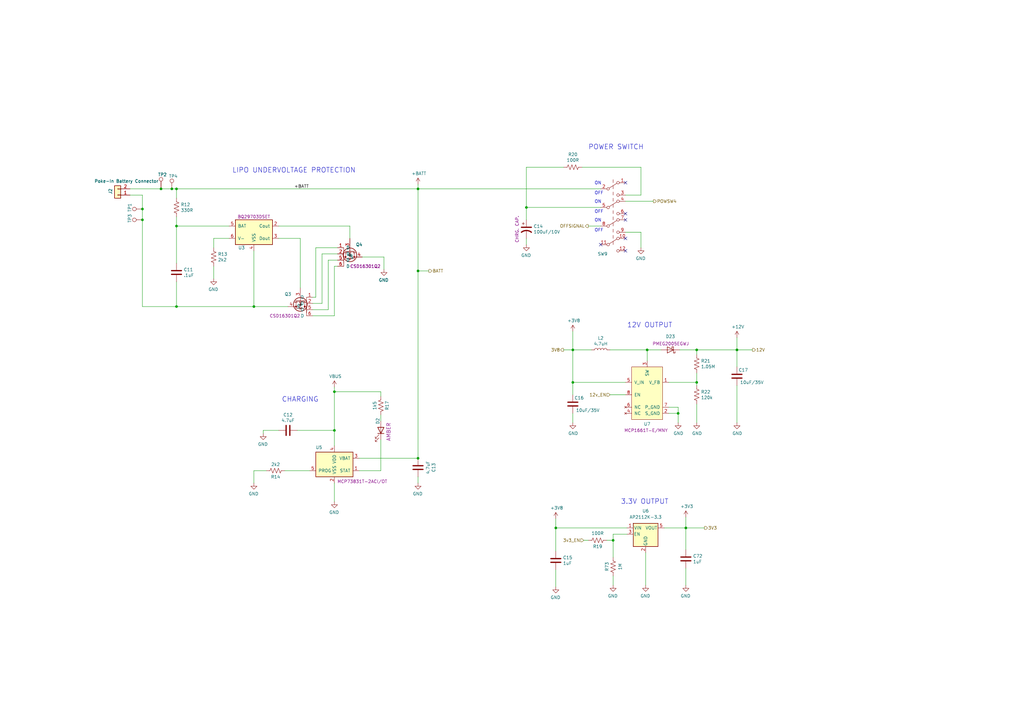
<source format=kicad_sch>
(kicad_sch (version 20230121) (generator eeschema)
  (paper "A3")
  (title_block (title "RCP CHARGING AND POWER MANAGEMENT"))
  (lib_symbols
    (symbol "Battery_Management:BQ297xy" (pin_names (offset 1.016))
      (property "Reference" "U" (at -6.35 6.35 0))
      (property "Value" "BQ297xy" (at 5.08 -6.35 0))
      (symbol "BQ297xy_0_1"
        (rectangle (start -7.62 5.08) (end 7.62 -5.08) (stroke (width 0.254)) (fill (type background)))
      )
      (symbol "BQ297xy_1_1"
        (pin no_connect line (at 7.62 0 180) (length 2.54) hide (name "NC") (number "1"))
        (pin output line (at 10.16 2.54 180) (length 2.54) (name "Cout") (number "2"))
        (pin output line (at 10.16 -2.54 180) (length 2.54) (name "Dout") (number "3"))
        (pin power_in line (at 0 -7.62 90) (length 2.54) (name "VSS") (number "4"))
        (pin input line (at -10.16 2.54 0) (length 2.54) (name "BAT") (number "5"))
        (pin input line (at -10.16 -2.54 0) (length 2.54) (name "V-") (number "6"))
      )
    )
    (symbol "Battery_Management:MCP73831-2-OT" (pin_names (offset 1.016))
      (property "Reference" "U" (at -7.62 6.35 0))
      (property "Value" "MCP73831-2-OT" (at 1.27 6.35 0))
      (symbol "MCP73831-2-OT_0_1"
        (rectangle (start -7.62 5.08) (end 7.62 -5.08) (stroke (width 0.254)) (fill (type background)))
      )
      (symbol "MCP73831-2-OT_1_1"
        (pin output line (at 10.16 -2.54 180) (length 2.54) (name "STAT") (number "1"))
        (pin power_in line (at 0 -7.62 90) (length 2.54) (name "VSS") (number "2"))
        (pin power_out line (at 10.16 2.54 180) (length 2.54) (name "VBAT") (number "3"))
        (pin power_in line (at 0 7.62 270) (length 2.54) (name "VDD") (number "4"))
        (pin input line (at -10.16 -2.54 0) (length 2.54) (name "PROG") (number "5"))
      )
    )
    (symbol "Connector:TestPoint" (pin_numbers hide) (pin_names (offset 0.762) hide)
      (property "Reference" "TP" (at 0 6.858 0))
      (property "Value" "TestPoint" (at 0 5.08 0))
      (symbol "TestPoint_0_1"
        (circle (center 0 3.302) (radius 0.762))
      )
      (symbol "TestPoint_1_1"
        (pin passive line (at 0 0 90) (length 2.54) (name "1") (number "1"))
      )
    )
    (symbol "Connector_Generic:Conn_01x02" (pin_names (offset 1.016) hide)
      (property "Reference" "J" (at 0 2.54 0))
      (property "Value" "Conn_01x02" (at 0 -5.08 0))
      (symbol "Conn_01x02_1_1"
        (rectangle (start -1.27 -2.413) (end 0 -2.667) (stroke (width 0.1524)))
        (rectangle (start -1.27 0.127) (end 0 -0.127) (stroke (width 0.1524)))
        (rectangle (start -1.27 1.27) (end 1.27 -3.81) (stroke (width 0.254)) (fill (type background)))
        (pin passive line (at -5.08 0 0) (length 3.81) (name "Pin_1") (number "1"))
        (pin passive line (at -5.08 -2.54 0) (length 3.81) (name "Pin_2") (number "2"))
      )
    )
    (symbol "Device:C" (pin_numbers hide) (pin_names (offset 0.254))
      (property "Reference" "C" (at 0.635 2.54 0))
      (property "Value" "C" (at 0.635 -2.54 0))
      (symbol "C_0_1"
        (polyline (pts (xy -2.032 -0.762) (xy 2.032 -0.762)) (stroke (width 0.508)))
        (polyline (pts (xy -2.032 0.762) (xy 2.032 0.762)) (stroke (width 0.508)))
      )
      (symbol "C_1_1"
        (pin passive line (at 0 3.81 270) (length 2.794) (name "~") (number "1"))
        (pin passive line (at 0 -3.81 90) (length 2.794) (name "~") (number "2"))
      )
    )
    (symbol "Device:CP1" (pin_numbers hide) (pin_names (offset 0.254) hide)
      (property "Reference" "C" (at 0.635 2.54 0))
      (property "Value" "Device_CP1" (at 0.635 -2.54 0))
      (symbol "CP1_0_1"
        (polyline (pts (xy -2.032 0.762) (xy 2.032 0.762)) (stroke (width 0.508)))
        (polyline (pts (xy -1.778 2.286) (xy -0.762 2.286)))
        (polyline (pts (xy -1.27 1.778) (xy -1.27 2.794)))
        (arc (start 2.032 -1.27) (mid 0 -0.5572) (end -2.032 -1.27) (stroke (width 0.508)))
      )
      (symbol "CP1_1_1"
        (pin passive line (at 0 3.81 270) (length 2.794) (name "~") (number "1"))
        (pin passive line (at 0 -3.81 90) (length 3.302) (name "~") (number "2"))
      )
    )
    (symbol "Device:L" (pin_numbers hide) (pin_names (offset 1.016) hide)
      (property "Reference" "L" (at -1.27 0 90))
      (property "Value" "L" (at 1.905 0 90))
      (symbol "L_0_1"
        (arc (start 0 -2.54) (mid 0.6323 -1.905) (end 0 -1.27))
        (arc (start 0 -1.27) (mid 0.6323 -0.635) (end 0 0))
        (arc (start 0 0) (mid 0.6323 0.635) (end 0 1.27))
        (arc (start 0 1.27) (mid 0.6323 1.905) (end 0 2.54))
      )
      (symbol "L_1_1"
        (pin passive line (at 0 3.81 270) (length 1.27) (name "1") (number "1"))
        (pin passive line (at 0 -3.81 90) (length 1.27) (name "2") (number "2"))
      )
    )
    (symbol "Device:LED" (pin_numbers hide) (pin_names (offset 1.016) hide)
      (property "Reference" "D" (at 0 2.54 0))
      (property "Value" "LED" (at 0 -2.54 0))
      (symbol "LED_0_1"
        (polyline (pts (xy -1.27 -1.27) (xy -1.27 1.27)) (stroke (width 0.254)))
        (polyline (pts (xy -1.27 0) (xy 1.27 0)))
        (polyline (pts (xy 1.27 -1.27) (xy 1.27 1.27) (xy -1.27 0) (xy 1.27 -1.27)) (stroke (width 0.254)))
        (polyline (pts (xy -3.048 -0.762) (xy -4.572 -2.286) (xy -3.81 -2.286) (xy -4.572 -2.286) (xy -4.572 -1.524)))
        (polyline (pts (xy -1.778 -0.762) (xy -3.302 -2.286) (xy -2.54 -2.286) (xy -3.302 -2.286) (xy -3.302 -1.524)))
      )
      (symbol "LED_1_1"
        (pin passive line (at -3.81 0 0) (length 2.54) (name "K") (number "1"))
        (pin passive line (at 3.81 0 180) (length 2.54) (name "A") (number "2"))
      )
    )
    (symbol "Device:R_US" (pin_numbers hide) (pin_names (offset 0))
      (property "Reference" "R" (at 2.54 0 90))
      (property "Value" "R_US" (at -2.54 0 90))
      (symbol "R_US_0_1"
        (polyline (pts (xy 0 -2.286) (xy 0 -2.54)))
        (polyline (pts (xy 0 2.286) (xy 0 2.54)))
        (polyline (pts (xy 0 -0.762) (xy 1.016 -1.143) (xy 0 -1.524) (xy -1.016 -1.905) (xy 0 -2.286)))
        (polyline (pts (xy 0 0.762) (xy 1.016 0.381) (xy 0 0) (xy -1.016 -0.381) (xy 0 -0.762)))
        (polyline (pts (xy 0 2.286) (xy 1.016 1.905) (xy 0 1.524) (xy -1.016 1.143) (xy 0 0.762)))
      )
      (symbol "R_US_1_1"
        (pin passive line (at 0 3.81 270) (length 1.27) (name "~") (number "1"))
        (pin passive line (at 0 -3.81 90) (length 1.27) (name "~") (number "2"))
      )
    )
    (symbol "Diode:PMEG6010CEH" (pin_numbers hide) (pin_names hide)
      (property "Reference" "D" (at 0 2.54 0))
      (property "Value" "PMEG6010CEH" (at 0 -2.54 0))
      (symbol "PMEG6010CEH_0_1"
        (polyline (pts (xy 1.27 0) (xy -1.27 0)))
        (polyline (pts (xy 1.27 1.27) (xy 1.27 -1.27) (xy -1.27 0) (xy 1.27 1.27)) (stroke (width 0.2032)))
        (polyline (pts (xy -1.905 0.635) (xy -1.905 1.27) (xy -1.27 1.27) (xy -1.27 -1.27) (xy -0.635 -1.27) (xy -0.635 -0.635)) (stroke (width 0.2032)))
      )
      (symbol "PMEG6010CEH_1_1"
        (pin passive line (at -3.81 0 0) (length 2.54) (name "K") (number "1"))
        (pin passive line (at 3.81 0 180) (length 2.54) (name "A") (number "2"))
      )
    )
    (symbol "MyLibrary:MCP1661" (pin_names (offset 1.016))
      (property "Reference" "U" (at -3.81 10.16 0))
      (property "Value" "MyLibrary_MCP1661" (at 6.35 10.16 0))
      (symbol "MCP1661_0_1"
        (rectangle (start -6.35 8.89) (end 6.35 -12.7) (fill (type background)))
      )
      (symbol "MCP1661_1_1"
        (pin input line (at 8.89 2.54 180) (length 2.54) (name "V_FB") (number "1"))
        (pin input line (at 8.89 -10.16 180) (length 2.54) (name "S_GND") (number "2"))
        (pin input line (at 0 11.43 270) (length 2.54) (name "SW") (number "3"))
        (pin no_connect line (at -8.89 -10.16 0) (length 2.54) (name "NC") (number "4"))
        (pin input line (at -8.89 2.54 0) (length 2.54) (name "V_IN") (number "5"))
        (pin no_connect line (at -8.89 -7.62 0) (length 2.54) (name "NC") (number "6"))
        (pin input line (at 8.89 -7.62 180) (length 2.54) (name "P_GND") (number "7"))
        (pin input line (at -8.89 -2.54 0) (length 2.54) (name "EN") (number "8"))
      )
    )
    (symbol "MyLibrary:SW_4P2T" (pin_names (offset 1.016))
      (property "Reference" "SW" (at -2.54 3.81 0))
      (property "Value" "MyLibrary_SW_4P2T" (at 1.27 5.08 0))
      (symbol "SW_4P2T_0_1"
        (circle (center -0.762 0) (radius 0.508))
        (polyline (pts (xy -0.254 0.381) (xy 2.794 2.286)))
        (polyline (pts (xy 1.27 -21.59) (xy 1.27 -22.86)))
        (polyline (pts (xy 1.27 -19.05) (xy 1.27 -20.32)))
        (polyline (pts (xy 1.27 -16.51) (xy 1.27 -17.78)))
        (polyline (pts (xy 1.27 -13.97) (xy 1.27 -15.24)))
        (polyline (pts (xy 1.27 -11.43) (xy 1.27 -12.7)))
        (polyline (pts (xy 1.27 -8.89) (xy 1.27 -10.16)))
        (polyline (pts (xy 1.27 -6.35) (xy 1.27 -7.62)))
        (polyline (pts (xy 1.27 -3.81) (xy 1.27 -5.08)))
        (polyline (pts (xy 1.27 -1.27) (xy 1.27 -2.54)))
        (polyline (pts (xy 1.27 1.27) (xy 1.27 0)))
        (polyline (pts (xy 1.27 3.81) (xy 1.27 2.54)))
        (circle (center 3.302 2.54) (radius 0.5334))
      )
      (symbol "SW_4P2T_1_1"
        (circle (center -0.762 -22.86) (radius 0.5334))
        (circle (center -0.762 -15.24) (radius 0.5334))
        (circle (center -0.762 -7.62) (radius 0.5334))
        (polyline (pts (xy -0.254 -22.479) (xy 2.794 -20.574)))
        (polyline (pts (xy -0.254 -14.859) (xy 2.794 -12.954)))
        (polyline (pts (xy -0.254 -7.239) (xy 2.794 -5.334)))
        (circle (center 3.302 -25.4) (radius 0.5334))
        (circle (center 3.302 -20.32) (radius 0.5334))
        (circle (center 3.302 -17.78) (radius 0.5334))
        (circle (center 3.302 -12.7) (radius 0.5334))
        (circle (center 3.302 -10.16) (radius 0.5334))
        (circle (center 3.302 -5.08) (radius 0.5334))
        (circle (center 3.302 -2.54) (radius 0.5334))
        (pin input line (at 6.35 2.54 180) (length 2.54) (name "~") (number "1"))
        (pin input line (at 6.35 -20.32 180) (length 2.54) (name "~") (number "10"))
        (pin input line (at -3.81 -22.86 0) (length 2.54) (name "~") (number "11"))
        (pin input line (at 6.35 -25.4 180) (length 2.54) (name "~") (number "12"))
        (pin input line (at -3.81 0 0) (length 2.54) (name "~") (number "2"))
        (pin input line (at 6.35 -2.54 180) (length 2.54) (name "~") (number "3"))
        (pin input line (at 6.35 -5.08 180) (length 2.54) (name "~") (number "4"))
        (pin input line (at -3.81 -7.62 0) (length 2.54) (name "~") (number "5"))
        (pin input line (at 6.35 -10.16 180) (length 2.54) (name "~") (number "6"))
        (pin input line (at 6.35 -12.7 180) (length 2.54) (name "~") (number "7"))
        (pin input line (at -3.81 -15.24 0) (length 2.54) (name "~") (number "8"))
        (pin input line (at 6.35 -17.78 180) (length 2.54) (name "~") (number "9"))
      )
    )
    (symbol "RUSP_Mainboard-rescue:Q_NMOS_POWER-MyLibrary-RotaryCellPhone-4G-rescue-4GRotaryCellPhone-rescue-4GRCP_Mainboard-rescue" (pin_names (offset 1.016))
      (property "Reference" "Q" (at 5.08 -5.08 0))
      (property "Value" "Q_NMOS_POWER-MyLibrary-RotaryCellPhone-4G-rescue-4GRotaryCellPhone-rescue-4GRCP_Mainboard-rescue" (at -29.21 5.08 0))
      (symbol "Q_NMOS_POWER-MyLibrary-RotaryCellPhone-4G-rescue-4GRotaryCellPhone-rescue-4GRCP_Mainboard-rescue_0_1"
        (polyline (pts (xy 3.81 2.54) (xy -3.81 2.54)))
      )
      (symbol "Q_NMOS_POWER-MyLibrary-RotaryCellPhone-4G-rescue-4GRotaryCellPhone-rescue-4GRCP_Mainboard-rescue_1_1"
        (circle (center -0.889 0) (radius 2.8194) (stroke (width 0.254)))
        (circle (center 0 -1.778) (radius 0.2794) (fill (type outline)))
        (polyline (pts (xy -2.4892 0) (xy -2.286 0)))
        (polyline (pts (xy -1.778 -1.778) (xy 0 -1.778)))
        (polyline (pts (xy -1.778 -1.27) (xy -1.778 -2.286)) (stroke (width 0.254)))
        (polyline (pts (xy -1.778 0) (xy 0 0)))
        (polyline (pts (xy -1.778 0.508) (xy -1.778 -0.508)) (stroke (width 0.254)))
        (polyline (pts (xy -1.778 1.778) (xy 0 1.778)))
        (polyline (pts (xy -1.778 2.286) (xy -1.778 1.27)) (stroke (width 0.254)))
        (polyline (pts (xy 0 -1.778) (xy 0 -2.54)))
        (polyline (pts (xy 0 -1.778) (xy 0 0)))
        (polyline (pts (xy 0 2.54) (xy 0 1.778)))
        (polyline (pts (xy 0 2.54) (xy 2.54 2.54)))
        (polyline (pts (xy -2.286 1.905) (xy -2.286 -1.905) (xy -2.286 -1.905)) (stroke (width 0.254)))
        (polyline (pts (xy -1.524 0) (xy -0.508 0.381) (xy -0.508 -0.381) (xy -1.524 0)) (fill (type outline)))
        (polyline (pts (xy 0 -1.778) (xy 0.762 -1.778) (xy 0.762 1.778) (xy 0 1.778)))
        (polyline (pts (xy 0.254 0.508) (xy 0.381 0.381) (xy 1.143 0.381) (xy 1.27 0.254)))
        (polyline (pts (xy 0.762 0.381) (xy 0.381 -0.254) (xy 1.143 -0.254) (xy 0.762 0.381)))
        (circle (center 0 1.778) (radius 0.2794) (fill (type outline)))
        (pin input line (at -3.81 5.08 270) (length 2.54) (name "D") (number "1"))
        (pin input line (at -1.27 5.08 270) (length 2.54) (name "D") (number "2"))
        (pin input line (at -7.62 0 0) (length 5.08) (name "G") (number "3"))
        (pin passive line (at 0 -5.08 90) (length 2.54) (name "S") (number "4"))
        (pin passive line (at 1.27 5.08 270) (length 2.54) (name "D") (number "5"))
        (pin passive line (at 3.81 5.08 270) (length 2.54) (name "D") (number "6"))
      )
    )
    (symbol "Regulator_Linear:AP2112K-3.3" (pin_names (offset 0.254))
      (property "Reference" "U" (at -5.08 5.715 0))
      (property "Value" "AP2112K-3.3" (at 0 5.715 0))
      (symbol "AP2112K-3.3_0_1"
        (rectangle (start -5.08 4.445) (end 5.08 -5.08) (stroke (width 0.254)) (fill (type background)))
      )
      (symbol "AP2112K-3.3_1_1"
        (pin power_in line (at -7.62 2.54 0) (length 2.54) (name "VIN") (number "1"))
        (pin power_in line (at 0 -7.62 90) (length 2.54) (name "GND") (number "2"))
        (pin input line (at -7.62 0 0) (length 2.54) (name "EN") (number "3"))
        (pin no_connect line (at 5.08 0 180) (length 2.54) hide (name "NC") (number "4"))
        (pin power_out line (at 7.62 2.54 180) (length 2.54) (name "VOUT") (number "5"))
      )
    )
    (symbol "power:+12V" (power) (pin_names (offset 0))
      (property "Value" "+12V" (at 0 3.556 0))
      (symbol "+12V_0_1"
        (polyline (pts (xy -0.762 1.27) (xy 0 2.54)))
        (polyline (pts (xy 0 0) (xy 0 2.54)))
        (polyline (pts (xy 0 2.54) (xy 0.762 1.27)))
      )
      (symbol "+12V_1_1"
        (pin power_in line (at 0 0 90) (length 0) hide (name "+12V") (number "1"))
      )
    )
    (symbol "power:+3V3" (power) (pin_names (offset 0))
      (property "Value" "+3V3" (at 0 3.556 0))
      (symbol "+3V3_0_1"
        (polyline (pts (xy -0.762 1.27) (xy 0 2.54)))
        (polyline (pts (xy 0 0) (xy 0 2.54)))
        (polyline (pts (xy 0 2.54) (xy 0.762 1.27)))
      )
      (symbol "+3V3_1_1"
        (pin power_in line (at 0 0 90) (length 0) hide (name "+3V3") (number "1"))
      )
    )
    (symbol "power:+3V8" (power) (pin_names (offset 0))
      (property "Value" "+3V8" (at 0 3.556 0))
      (symbol "+3V8_0_1"
        (polyline (pts (xy -0.762 1.27) (xy 0 2.54)))
        (polyline (pts (xy 0 0) (xy 0 2.54)))
        (polyline (pts (xy 0 2.54) (xy 0.762 1.27)))
      )
      (symbol "+3V8_1_1"
        (pin power_in line (at 0 0 90) (length 0) hide (name "+3V8") (number "1"))
      )
    )
    (symbol "power:+BATT" (power) (pin_names (offset 0))
      (property "Value" "+BATT" (at 0 3.556 0))
      (symbol "+BATT_0_1"
        (polyline (pts (xy -0.762 1.27) (xy 0 2.54)))
        (polyline (pts (xy 0 0) (xy 0 2.54)))
        (polyline (pts (xy 0 2.54) (xy 0.762 1.27)))
      )
      (symbol "+BATT_1_1"
        (pin power_in line (at 0 0 90) (length 0) hide (name "+BATT") (number "1"))
      )
    )
    (symbol "power:GND" (power) (pin_names (offset 0))
      (property "Value" "GND" (at 0 -3.81 0))
      (symbol "GND_0_1"
        (polyline (pts (xy 0 0) (xy 0 -1.27) (xy 1.27 -1.27) (xy 0 -2.54) (xy -1.27 -1.27) (xy 0 -1.27)))
      )
      (symbol "GND_1_1"
        (pin power_in line (at 0 0 270) (length 0) hide (name "GND") (number "1"))
      )
    )
    (symbol "power:VBUS" (power) (pin_names (offset 0))
      (property "Value" "VBUS" (at 0 3.81 0))
      (symbol "VBUS_0_1"
        (polyline (pts (xy -0.762 1.27) (xy 0 2.54)))
        (polyline (pts (xy 0 0) (xy 0 2.54)))
        (polyline (pts (xy 0 2.54) (xy 0.762 1.27)))
      )
      (symbol "VBUS_1_1"
        (pin power_in line (at 0 0 90) (length 0) hide (name "VBUS") (number "1"))
      )
    )
  )
  (junction (at 285.75 143.51))
  (junction (at 72.39 77.47))
  (junction (at 171.45 111.125))
  (junction (at 215.9 85.09))
  (junction (at 171.45 187.96))
  (junction (at 137.16 176.53))
  (junction (at 58.42 85.725))
  (junction (at 66.04 77.47))
  (junction (at 104.14 125.73))
  (junction (at 265.43 143.51))
  (junction (at 251.46 221.615))
  (junction (at 72.39 92.71))
  (junction (at 137.16 160.655))
  (junction (at 234.95 143.51))
  (junction (at 302.26 143.51))
  (junction (at 227.965 216.535))
  (junction (at 234.95 156.845))
  (junction (at 285.75 156.845))
  (junction (at 171.45 77.47))
  (junction (at 72.39 125.73))
  (junction (at 278.13 169.545))
  (junction (at 58.42 90.17))
  (junction (at 70.485 77.47))
  (junction (at 281.305 216.535))
  (no_connect (at 256.54 74.93))
  (no_connect (at 256.54 90.17))
  (no_connect (at 246.38 100.33))
  (no_connect (at 256.54 97.79))
  (no_connect (at 256.54 87.63))
  (no_connect (at 256.54 102.87))
  (wire (pts (xy 274.32 167.005) (xy 278.13 167.005)))
  (wire (pts (xy 256.54 156.845) (xy 234.95 156.845)))
  (wire (pts (xy 251.46 240.03) (xy 251.46 236.22)))
  (wire (pts (xy 137.16 160.655) (xy 137.16 176.53)))
  (wire (pts (xy 215.9 100.33) (xy 215.9 97.79)))
  (wire (pts (xy 72.39 77.47) (xy 171.45 77.47)))
  (wire (pts (xy 227.965 233.68) (xy 227.965 240.665)))
  (wire (pts (xy 147.32 193.04) (xy 156.21 193.04)))
  (wire (pts (xy 281.305 216.535) (xy 281.305 225.425)))
  (wire (pts (xy 58.42 125.73) (xy 72.39 125.73)))
  (wire (pts (xy 134.62 127) (xy 128.27 127)))
  (wire (pts (xy 156.21 170.18) (xy 156.21 172.72)))
  (wire (pts (xy 93.98 92.71) (xy 72.39 92.71)))
  (wire (pts (xy 104.14 193.04) (xy 109.22 193.04)))
  (wire (pts (xy 87.63 114.3) (xy 87.63 109.22)))
  (wire (pts (xy 107.95 176.53) (xy 114.3 176.53)))
  (wire (pts (xy 87.63 97.79) (xy 93.98 97.79)))
  (wire (pts (xy 302.26 143.51) (xy 302.26 150.495)))
  (wire (pts (xy 114.3 97.79) (xy 123.19 97.79)))
  (wire (pts (xy 53.34 77.47) (xy 66.04 77.47)))
  (wire (pts (xy 248.92 221.615) (xy 251.46 221.615)))
  (wire (pts (xy 171.45 77.47) (xy 171.45 75.565)))
  (wire (pts (xy 156.21 180.34) (xy 156.21 193.04)))
  (wire (pts (xy 132.08 124.46) (xy 128.27 124.46)))
  (wire (pts (xy 281.305 233.045) (xy 281.305 240.03)))
  (wire (pts (xy 104.14 125.73) (xy 104.14 102.87)))
  (wire (pts (xy 148.59 105.41) (xy 157.48 105.41)))
  (wire (pts (xy 138.43 109.22) (xy 137.16 109.22)))
  (wire (pts (xy 137.16 176.53) (xy 137.16 182.88)))
  (wire (pts (xy 281.305 212.09) (xy 281.305 216.535)))
  (wire (pts (xy 137.16 160.655) (xy 156.21 160.655)))
  (wire (pts (xy 256.54 80.01) (xy 262.89 80.01)))
  (wire (pts (xy 132.08 104.14) (xy 132.08 124.46)))
  (wire (pts (xy 262.89 80.01) (xy 262.89 68.58)))
  (wire (pts (xy 127 193.04) (xy 116.84 193.04)))
  (wire (pts (xy 157.48 105.41) (xy 157.48 110.49)))
  (wire (pts (xy 66.04 77.47) (xy 70.485 77.47)))
  (wire (pts (xy 302.26 143.51) (xy 308.61 143.51)))
  (wire (pts (xy 137.16 205.74) (xy 137.16 198.12)))
  (wire (pts (xy 143.51 97.79) (xy 143.51 92.71)))
  (wire (pts (xy 238.76 68.58) (xy 262.89 68.58)))
  (wire (pts (xy 171.45 77.47) (xy 246.38 77.47)))
  (wire (pts (xy 138.43 106.68) (xy 134.62 106.68)))
  (wire (pts (xy 171.45 198.12) (xy 171.45 195.58)))
  (wire (pts (xy 264.795 226.695) (xy 264.795 240.03)))
  (wire (pts (xy 58.42 85.725) (xy 58.42 90.17)))
  (wire (pts (xy 175.895 111.125) (xy 171.45 111.125)))
  (wire (pts (xy 134.62 106.68) (xy 134.62 127)))
  (wire (pts (xy 215.9 85.09) (xy 246.38 85.09)))
  (wire (pts (xy 246.38 92.71) (xy 241.3 92.71)))
  (wire (pts (xy 231.14 143.51) (xy 234.95 143.51)))
  (wire (pts (xy 215.9 68.58) (xy 215.9 85.09)))
  (wire (pts (xy 123.19 97.79) (xy 123.19 118.11)))
  (wire (pts (xy 227.965 226.06) (xy 227.965 216.535)))
  (wire (pts (xy 274.32 169.545) (xy 278.13 169.545)))
  (wire (pts (xy 285.75 165.735) (xy 285.75 173.355)))
  (wire (pts (xy 288.925 216.535) (xy 281.305 216.535)))
  (wire (pts (xy 171.45 111.125) (xy 171.45 187.96)))
  (wire (pts (xy 274.32 156.845) (xy 285.75 156.845)))
  (wire (pts (xy 171.45 77.47) (xy 171.45 111.125)))
  (wire (pts (xy 302.26 143.51) (xy 285.75 143.51)))
  (wire (pts (xy 234.95 169.545) (xy 234.95 173.355)))
  (wire (pts (xy 143.51 92.71) (xy 114.3 92.71)))
  (wire (pts (xy 72.39 115.57) (xy 72.39 125.73)))
  (wire (pts (xy 256.54 95.25) (xy 262.89 95.25)))
  (wire (pts (xy 72.39 92.71) (xy 72.39 107.95)))
  (wire (pts (xy 58.42 90.17) (xy 58.42 125.73)))
  (wire (pts (xy 234.95 143.51) (xy 234.95 135.89)))
  (wire (pts (xy 215.9 68.58) (xy 231.14 68.58)))
  (wire (pts (xy 156.21 160.655) (xy 156.21 162.56)))
  (wire (pts (xy 138.43 104.14) (xy 132.08 104.14)))
  (wire (pts (xy 58.42 80.01) (xy 53.34 80.01)))
  (wire (pts (xy 302.26 138.43) (xy 302.26 143.51)))
  (wire (pts (xy 265.43 143.51) (xy 265.43 147.955)))
  (wire (pts (xy 72.39 88.9) (xy 72.39 92.71)))
  (wire (pts (xy 251.46 221.615) (xy 251.46 228.6)))
  (wire (pts (xy 285.75 143.51) (xy 285.75 145.415)))
  (wire (pts (xy 285.75 153.035) (xy 285.75 156.845)))
  (wire (pts (xy 66.04 76.835) (xy 66.04 77.47)))
  (wire (pts (xy 227.965 216.535) (xy 227.965 212.725)))
  (wire (pts (xy 137.16 129.54) (xy 128.27 129.54)))
  (wire (pts (xy 104.14 125.73) (xy 118.11 125.73)))
  (wire (pts (xy 215.9 90.17) (xy 215.9 85.09)))
  (wire (pts (xy 278.13 167.005) (xy 278.13 169.545)))
  (wire (pts (xy 251.46 219.075) (xy 257.175 219.075)))
  (wire (pts (xy 302.26 173.355) (xy 302.26 158.115)))
  (wire (pts (xy 128.27 121.92) (xy 129.54 121.92)))
  (wire (pts (xy 278.13 169.545) (xy 278.13 173.355)))
  (wire (pts (xy 227.965 216.535) (xy 257.175 216.535)))
  (wire (pts (xy 234.95 156.845) (xy 234.95 143.51)))
  (wire (pts (xy 239.395 221.615) (xy 241.3 221.615)))
  (wire (pts (xy 137.16 109.22) (xy 137.16 129.54)))
  (wire (pts (xy 107.95 177.8) (xy 107.95 176.53)))
  (wire (pts (xy 121.92 176.53) (xy 137.16 176.53)))
  (wire (pts (xy 256.54 82.55) (xy 267.97 82.55)))
  (wire (pts (xy 251.46 221.615) (xy 251.46 219.075)))
  (wire (pts (xy 256.54 161.925) (xy 250.19 161.925)))
  (wire (pts (xy 234.95 161.925) (xy 234.95 156.845)))
  (wire (pts (xy 129.54 101.6) (xy 138.43 101.6)))
  (wire (pts (xy 262.89 95.25) (xy 262.89 101.6)))
  (wire (pts (xy 104.14 193.04) (xy 104.14 198.12)))
  (wire (pts (xy 147.32 187.96) (xy 171.45 187.96)))
  (wire (pts (xy 70.485 77.47) (xy 72.39 77.47)))
  (wire (pts (xy 87.63 101.6) (xy 87.63 97.79)))
  (wire (pts (xy 281.305 216.535) (xy 272.415 216.535)))
  (wire (pts (xy 278.765 143.51) (xy 285.75 143.51)))
  (wire (pts (xy 137.16 158.75) (xy 137.16 160.655)))
  (wire (pts (xy 129.54 121.92) (xy 129.54 101.6)))
  (wire (pts (xy 285.75 156.845) (xy 285.75 158.115)))
  (wire (pts (xy 234.95 143.51) (xy 242.57 143.51)))
  (wire (pts (xy 250.19 143.51) (xy 265.43 143.51)))
  (wire (pts (xy 72.39 81.28) (xy 72.39 77.47)))
  (wire (pts (xy 72.39 125.73) (xy 104.14 125.73)))
  (wire (pts (xy 58.42 80.01) (xy 58.42 85.725)))
  (wire (pts (xy 265.43 143.51) (xy 271.145 143.51)))
  (text "12V OUTPUT" (at 257.175 134.62 0) (effects (font (size 2.0066 2.0066)) (justify left bottom)))
  (text "LIPO UNDERVOLTAGE PROTECTION" (at 95.25 71.12 0) (effects (font (size 2.0066 2.0066)) (justify left bottom)))
  (text "ON\n\nOFF" (at 243.84 80.01 0) (effects (font (size 1.27 1.27)) (justify left bottom)))
  (text "POWER SWITCH" (at 241.3 61.595 0) (effects (font (size 2.0066 2.0066)) (justify left bottom)))
  (text "3.3V OUTPUT" (at 254.635 207.01 0) (effects (font (size 2.0066 2.0066)) (justify left bottom)))
  (text "ON\n\nOFF" (at 243.84 87.63 0) (effects (font (size 1.27 1.27)) (justify left bottom)))
  (text "ON\n\nOFF" (at 243.84 95.25 0) (effects (font (size 1.27 1.27)) (justify left bottom)))
  (text "CHARGING" (at 115.57 165.1 0) (effects (font (size 2.0066 2.0066)) (justify left bottom)))
  (label "+BATT" (at 120.65 77.47 0))
  (hierarchical_label "3V3" (shape output) (at 288.925 216.535 0))
  (hierarchical_label "12v_EN" (shape input) (at 250.19 161.925 180))
  (hierarchical_label "BATT" (shape output) (at 175.895 111.125 0))
  (hierarchical_label "3V8" (shape output) (at 231.14 143.51 180))
  (hierarchical_label "12V" (shape output) (at 308.61 143.51 0))
  (hierarchical_label "POWSW4" (shape output) (at 267.97 82.55 0))
  (hierarchical_label "OFFSIGNAL" (shape output) (at 241.3 92.71 180))
  (hierarchical_label "3v3_EN" (shape input) (at 239.395 221.615 180))
  (symbol (lib_id "Battery_Management:BQ297xy") (at 104.14 95.25 0) (unit 1)
    (property "Reference" "U3" (at 99.06 101.6 0))
    (property "Value" "LiPo Undervolt Protection IC" (effects hide))
    (property "Footprint" "MyFootprints:WSON-6_1.5x1.5mm_P0.5mm" (effects hide))
    (property "Datasheet" "http://www.ti.com/lit/ds/symlink/bq2970.pdf" (effects hide))
    (property "Mfg. Name" "TI" (effects hide))
    (property "Mfg. Part No." "BQ29703DSET" (at 104.14 88.9 0))
  )
  (symbol (lib_id "power:+3V8") (at 227.965 212.725 0) (unit 1)
    (property "Reference" "#PWR0132" (effects hide))
    (property "Value" "+3V8" (at 228.346 208.3308 0))
  )
  (symbol (lib_id "power:+3V3") (at 281.305 212.09 0) (unit 1)
    (property "Reference" "#PWR0133" (effects hide))
    (property "Value" "+3V3" (at 281.686 207.6958 0))
  )
  (symbol (lib_id "power:GND") (at 264.795 240.03 0) (mirror y) (unit 1)
    (property "Reference" "#PWR0134" (effects hide))
    (property "Value" "GND" (at 264.668 244.4242 0))
  )
  (symbol (lib_id "Device:R_US") (at 245.11 221.615 270) (unit 1)
    (property "Reference" "R19" (at 245.11 224.155 90))
    (property "Value" "100R" (at 245.11 218.7194 90))
    (property "Footprint" "Resistor_SMD:R_0603_1608Metric" (effects hide))
    (property "Mfg. Name" "Yageo" (effects hide))
    (property "Mfg. Part No." "RC0603FR-07100RL" (effects hide))
  )
  (symbol (lib_id "Device:R_US") (at 72.39 85.09 0) (unit 1)
    (property "Reference" "R12" (at 74.1172 83.9216 0) (effects (justify left)))
    (property "Value" "330R" (at 74.1172 86.233 0) (effects (justify left)))
    (property "Footprint" "Resistor_SMD:R_0603_1608Metric" (effects hide))
    (property "Mfg. Name" "Yageo" (effects hide))
    (property "Mfg. Part No." "RC0603JR-07330RL" (effects hide))
  )
  (symbol (lib_id "Device:C") (at 72.39 111.76 0) (unit 1)
    (property "Reference" "C11" (at 75.311 110.5916 0) (effects (justify left)))
    (property "Value" ".1uF" (at 75.311 112.903 0) (effects (justify left)))
    (property "Footprint" "Capacitor_SMD:C_0603_1608Metric" (effects hide))
    (property "Mfg. Name" "Walsin" (effects hide))
    (property "Mfg. Part No." "0603B104K250CT" (effects hide))
  )
  (symbol (lib_id "RUSP_Mainboard-rescue:Q_NMOS_POWER-MyLibrary-RotaryCellPhone-4G-rescue-4GRotaryCellPhone-rescue-4GRCP_Mainboard-rescue") (at 123.19 125.73 270) (unit 1)
    (property "Reference" "Q3" (at 118.11 120.65 90))
    (property "Value" "25V 5A NMOS, CSD16301Q2" (effects hide))
    (property "Footprint" "MyFootprints:TI_CSD16301Q2" (effects hide))
    (property "Mfg. Name" "TI" (effects hide))
    (property "Mfg. Part No." "CSD16301Q2" (at 116.84 129.54 90))
  )
  (symbol (lib_id "RUSP_Mainboard-rescue:Q_NMOS_POWER-MyLibrary-RotaryCellPhone-4G-rescue-4GRotaryCellPhone-rescue-4GRCP_Mainboard-rescue") (at 143.51 105.41 90) (mirror x) (unit 1)
    (property "Reference" "Q4" (at 147.32 100.33 90))
    (property "Value" "25V 5A NMOS, CSD16301Q2" (effects hide))
    (property "Footprint" "MyFootprints:TI_CSD16301Q2" (effects hide))
    (property "Mfg. Name" "TI" (effects hide))
    (property "Mfg. Part No." "CSD16301Q2" (at 149.86 109.22 90))
  )
  (symbol (lib_id "power:GND") (at 157.48 110.49 0) (mirror y) (unit 1)
    (property "Reference" "#PWR0129" (effects hide))
    (property "Value" "GND" (at 157.353 114.8842 0))
  )
  (symbol (lib_id "power:+3V8") (at 234.95 135.89 0) (unit 1)
    (property "Reference" "#PWR0135" (effects hide))
    (property "Value" "+3V8" (at 235.331 131.4958 0))
  )
  (symbol (lib_id "power:GND") (at 234.95 173.355 0) (unit 1)
    (property "Reference" "#PWR0136" (effects hide))
    (property "Value" "GND" (at 235.077 177.7492 0))
  )
  (symbol (lib_id "Device:L") (at 246.38 143.51 90) (unit 1)
    (property "Reference" "L2" (at 246.38 138.684 90))
    (property "Value" "4.7uH" (at 246.38 140.9954 90))
    (property "Footprint" "MyFootprints:Inductor_Wurth_74438336100" (effects hide))
    (property "Datasheet" "https://www.we-online.de/katalog/datasheet/74438336100.pdf" (effects hide))
    (property "Mfg. Name" "Wurth" (effects hide))
    (property "Mfg. Part No." "74438336047" (effects hide))
  )
  (symbol (lib_id "Device:R_US") (at 285.75 149.225 0) (unit 1)
    (property "Reference" "R21" (at 287.4772 148.0566 0) (effects (justify left)))
    (property "Value" "1.05M" (at 287.4772 150.368 0) (effects (justify left)))
    (property "Footprint" "Resistor_SMD:R_0603_1608Metric" (effects hide))
    (property "Mfg. Name" "Stackpole" (effects hide))
    (property "Mfg. Part No." "RMCF0603FT1M05" (effects hide))
  )
  (symbol (lib_id "Device:R_US") (at 285.75 161.925 0) (unit 1)
    (property "Reference" "R22" (at 287.4772 160.7566 0) (effects (justify left)))
    (property "Value" "120k" (at 287.4772 163.068 0) (effects (justify left)))
    (property "Footprint" "Resistor_SMD:R_0603_1608Metric" (effects hide))
    (property "Mfg. Name" "Vishay" (effects hide))
    (property "Mfg. Part No." "CRCW0603120KJNEA" (effects hide))
  )
  (symbol (lib_id "power:GND") (at 285.75 173.355 0) (unit 1)
    (property "Reference" "#PWR0137" (effects hide))
    (property "Value" "GND" (at 285.877 177.7492 0))
  )
  (symbol (lib_id "Device:C") (at 302.26 154.305 0) (unit 1)
    (property "Reference" "C17" (at 302.895 151.765 0) (effects (justify left)))
    (property "Value" "10uF/35V" (at 303.53 156.845 0) (effects (justify left)))
    (property "Footprint" "Resistor_SMD:R_1206_3216Metric" (effects hide))
    (property "Mfg. Name" "TDK" (effects hide))
    (property "Mfg. Part No." "CGA5L1X7R1V106K160AC" (effects hide))
  )
  (symbol (lib_id "power:GND") (at 87.63 114.3 0) (mirror y) (unit 1)
    (property "Reference" "#PWR0130" (effects hide))
    (property "Value" "GND" (at 87.503 118.6942 0))
  )
  (symbol (lib_id "Device:R_US") (at 87.63 105.41 180) (unit 1)
    (property "Reference" "R13" (at 89.3572 104.2416 0) (effects (justify right)))
    (property "Value" "2k2" (at 89.3572 106.553 0) (effects (justify right)))
    (property "Footprint" "Resistor_SMD:R_0402_1005Metric" (effects hide))
    (property "Mfg. Name" "TE" (effects hide))
    (property "Mfg. Part No." "CRGCQ0402J2K2" (effects hide))
  )
  (symbol (lib_id "Connector_Generic:Conn_01x02") (at 48.26 80.01 180) (unit 1)
    (property "Reference" "J2" (at 45.3136 79.6798 90) (effects (justify right)))
    (property "Value" "Poke-In Battery Connector" (at 38.735 74.295 0) (effects (justify right)))
    (property "Footprint" "MyFootprints:Wago_PokeInConnector" (effects hide))
    (property "Mfg. Name" "Wago" (effects hide))
    (property "Mfg. Part No." "2059-302/998-403" (effects hide))
  )
  (symbol (lib_id "Device:CP1") (at 215.9 93.98 0) (unit 1)
    (property "Reference" "C14" (at 218.821 92.8116 0) (effects (justify left)))
    (property "Value" "100uF/10V" (at 218.821 95.123 0) (effects (justify left)))
    (property "Footprint" "MyFootprints:Capacitor_Wurth865080243007" (effects hide))
    (property "Datasheet" "https://www.we-online.de/katalog/datasheet/865080243007.pdf" (effects hide))
    (property "Mfg. Name" "Wurth" (effects hide))
    (property "Mfg. Part No." "865080243007" (effects hide))
    (property "Field8" "CHRG. CAP." (at 212.09 93.98 90))
  )
  (symbol (lib_id "power:GND") (at 215.9 100.33 0) (mirror y) (unit 1)
    (property "Reference" "#PWR0138" (effects hide))
    (property "Value" "GND" (at 215.773 104.7242 0))
  )
  (symbol (lib_id "power:VBUS") (at 137.16 158.75 0) (unit 1)
    (property "Reference" "#PWR0124" (effects hide))
    (property "Value" "VBUS" (at 137.541 154.3558 0))
  )
  (symbol (lib_id "Battery_Management:MCP73831-2-OT") (at 137.16 190.5 0) (unit 1)
    (property "Reference" "U5" (at 130.81 183.515 0))
    (property "Value" "Charge Mgmt. IC" (effects hide))
    (property "Footprint" "MyFootprints:SOT-23-5" (effects hide))
    (property "Datasheet" "http://ww1.microchip.com/downloads/en/DeviceDoc/20001984g.pdf" (effects hide))
    (property "Mfg. Name" "Microchip" (effects hide))
    (property "Mfg. Part No." "MCP73831T-2ACI/OT" (at 148.59 197.485 0))
  )
  (symbol (lib_id "power:GND") (at 107.95 177.8 0) (mirror y) (unit 1)
    (property "Reference" "#PWR0125" (effects hide))
    (property "Value" "GND" (at 107.823 182.1942 0))
  )
  (symbol (lib_id "Device:C") (at 118.11 176.53 270) (unit 1)
    (property "Reference" "C12" (at 118.11 170.1292 90))
    (property "Value" "4.7uF" (at 118.11 172.4406 90))
    (property "Footprint" "Capacitor_SMD:C_0603_1608Metric" (effects hide))
    (property "Mfg. Name" "Samsung" (effects hide))
    (property "Mfg. Part No." "CL10A475KQ8NNNC" (effects hide))
  )
  (symbol (lib_id "power:GND") (at 137.16 205.74 0) (mirror y) (unit 1)
    (property "Reference" "#PWR0126" (effects hide))
    (property "Value" "GND" (at 137.033 210.1342 0))
  )
  (symbol (lib_id "Device:R_US") (at 113.03 193.04 90) (unit 1)
    (property "Reference" "R14" (at 113.03 195.58 90))
    (property "Value" "2k2" (at 113.03 190.5 90))
    (property "Footprint" "Resistor_SMD:R_0402_1005Metric" (effects hide))
    (property "Label" "Hi Rate" (effects hide))
    (property "Mfg. Name" "TE" (effects hide))
    (property "Mfg. Part No." "CRGCQ0402J2K2" (effects hide))
  )
  (symbol (lib_id "power:GND") (at 104.14 198.12 0) (mirror y) (unit 1)
    (property "Reference" "#PWR0127" (effects hide))
    (property "Value" "GND" (at 104.013 202.5142 0))
  )
  (symbol (lib_id "power:GND") (at 171.45 198.12 0) (mirror y) (unit 1)
    (property "Reference" "#PWR0128" (effects hide))
    (property "Value" "GND" (at 171.323 202.5142 0))
  )
  (symbol (lib_id "power:GND") (at 262.89 101.6 0) (mirror y) (unit 1)
    (property "Reference" "#PWR0140" (effects hide))
    (property "Value" "GND" (at 262.763 105.9942 0))
  )
  (symbol (lib_id "power:+12V") (at 302.26 138.43 0) (unit 1)
    (property "Reference" "#PWR0142" (effects hide))
    (property "Value" "+12V" (at 302.641 134.0358 0))
  )
  (symbol (lib_id "Device:R_US") (at 234.95 68.58 270) (unit 1)
    (property "Reference" "R20" (at 234.95 63.373 90))
    (property "Value" "100R" (at 234.95 65.6844 90))
    (property "Footprint" "Resistor_SMD:R_0603_1608Metric" (effects hide))
    (property "Mfg. Name" "Yageo" (effects hide))
    (property "Mfg. Part No." "RC0603FR-07100RL" (effects hide))
  )
  (symbol (lib_id "MyLibrary:SW_4P2T") (at 250.19 77.47 0) (unit 1)
    (property "Reference" "SW9" (at 245.11 104.14 0) (effects (justify left)))
    (property "Value" "Power Switch 4P2T" (effects hide))
    (property "Footprint" "MyFootprints:Switch_4PDT_ESwitch-EG4208" (effects hide))
    (property "Datasheet" "http://spec_sheets.e-switch.com/specs/P040280.pdf" (effects hide))
    (property "Mfg. Name" "E-Switch" (effects hide))
    (property "Mfg. Part No." "EG4208 " (effects hide))
  )
  (symbol (lib_id "Device:R_US") (at 251.46 232.41 180) (unit 1)
    (property "Reference" "R73" (at 248.92 232.41 90))
    (property "Value" "1M" (at 254.3556 232.41 90))
    (property "Footprint" "Resistor_SMD:R_0603_1608Metric" (effects hide))
    (property "Mfg. Name" "TE" (effects hide))
    (property "Mfg. Part No." "CRGCQ0603J1M0" (effects hide))
  )
  (symbol (lib_id "power:GND") (at 251.46 240.03 0) (mirror y) (unit 1)
    (property "Reference" "#PWR0238" (effects hide))
    (property "Value" "GND" (at 251.333 244.4242 0))
  )
  (symbol (lib_id "power:GND") (at 281.305 240.03 0) (mirror y) (unit 1)
    (property "Reference" "#PWR0239" (effects hide))
    (property "Value" "GND" (at 281.178 244.4242 0))
  )
  (symbol (lib_id "power:GND") (at 227.965 240.665 0) (mirror y) (unit 1)
    (property "Reference" "#PWR0240" (effects hide))
    (property "Value" "GND" (at 227.838 245.0592 0))
  )
  (symbol (lib_id "MyLibrary:MCP1661") (at 265.43 159.385 0) (unit 1)
    (property "Reference" "U7" (at 265.43 173.9138 0))
    (property "Value" "12V Boost Converter" (effects hide))
    (property "Footprint" "MyFootprints:BoostConverter_MCP1661" (effects hide))
    (property "Datasheet" "https://ww1.microchip.com/downloads/en/DeviceDoc/20005315B.pdf" (effects hide))
    (property "Mfg. Name" "Microchip" (effects hide))
    (property "Mfg. Part No." "MCP1661T-E/MNY " (at 265.43 176.53 0))
  )
  (symbol (lib_id "power:GND") (at 278.13 173.355 0) (unit 1)
    (property "Reference" "#PWR0241" (effects hide))
    (property "Value" "GND" (at 278.257 177.7492 0))
  )
  (symbol (lib_id "power:GND") (at 302.26 173.355 0) (unit 1)
    (property "Reference" "#PWR0242" (effects hide))
    (property "Value" "GND" (at 302.387 177.7492 0))
  )
  (symbol (lib_id "Diode:PMEG6010CEH") (at 274.955 143.51 180) (unit 1)
    (property "Reference" "D23" (at 274.955 138.0236 0))
    (property "Value" "20V 500mA Schottky for 12V Stage" (effects hide))
    (property "Footprint" "Diode_SMD:D_SOD-123" (effects hide))
    (property "Datasheet" "https://assets.nexperia.com/documents/data-sheet/PMEG2005EGW.pdf" (effects hide))
    (property "Mfg. Name" "Nexperia" (effects hide))
    (property "Mfg. Part No." "PMEG2005EGWJ " (at 275.59 140.97 0))
  )
  (symbol (lib_id "Device:C") (at 171.45 191.77 180) (unit 1)
    (property "Reference" "C13" (at 177.8508 191.77 90))
    (property "Value" "4.7uF" (at 175.5394 191.77 90))
    (property "Footprint" "Capacitor_SMD:C_0603_1608Metric" (effects hide))
    (property "Mfg. Name" "Samsung" (effects hide))
    (property "Mfg. Part No." "CL10A475KQ8NNNC" (effects hide))
  )
  (symbol (lib_id "power:+BATT") (at 171.45 75.565 0) (unit 1)
    (property "Reference" "#PWR0193" (effects hide))
    (property "Value" "+BATT" (at 171.831 71.1708 0))
  )
  (symbol (lib_id "Device:C") (at 234.95 165.735 0) (unit 1)
    (property "Reference" "C16" (at 235.585 163.195 0) (effects (justify left)))
    (property "Value" "10uF/35V" (at 236.22 168.275 0) (effects (justify left)))
    (property "Footprint" "Resistor_SMD:R_1206_3216Metric" (effects hide))
    (property "Mfg. Name" "TDK" (effects hide))
    (property "Mfg. Part No." "CGA5L1X7R1V106K160AC" (effects hide))
  )
  (symbol (lib_id "Device:R_US") (at 156.21 166.37 0) (mirror x) (unit 1)
    (property "Reference" "R17" (at 158.75 166.37 90))
    (property "Value" "1k5" (at 153.67 166.37 90))
    (property "Footprint" "Resistor_SMD:R_0603_1608Metric" (effects hide))
    (property "Distrib. Name" "Digi-Key" (effects hide))
    (property "Distrib Part No." "A130092CT-ND" (effects hide))
    (property "Mfg. Name" "Yageo" (effects hide))
    (property "Mfg. Part No." "RC0603JR-071K5L" (effects hide))
  )
  (symbol (lib_id "Device:LED") (at 156.21 176.53 270) (mirror x) (unit 1)
    (property "Reference" "D2" (at 154.94 172.72 0))
    (property "Value" "Amber LED" (effects hide))
    (property "Footprint" "LED_SMD:LED_0603_1608Metric_Castellated" (effects hide))
    (property "Mfg. Name" "Inolux" (effects hide))
    (property "Mfg. Part No." "IN-S63AT5Y" (effects hide))
    (property "Distrib. Name" "DigiKey" (effects hide))
    (property "Distrib Part No." "1830-1066-1-ND" (effects hide))
    (property "Color" "AMBER" (at 159.385 180.975 0) (effects (font (size 1.524 1.524)) (justify left)))
  )
  (symbol (lib_id "Connector:TestPoint") (at 70.485 77.47 0) (unit 1)
    (property "Reference" "TP4" (at 69.215 72.2629 0) (effects (justify left)))
    (property "Value" "TestPoint" (effects hide))
    (property "Footprint" "TestPoint:TestPoint_Pad_2.0x2.0mm" (effects hide))
  )
  (symbol (lib_id "Connector:TestPoint") (at 58.42 90.17 90) (unit 1)
    (property "Reference" "TP3" (at 53.2129 91.44 0) (effects (justify left)))
    (property "Value" "TestPoint" (effects hide))
    (property "Footprint" "TestPoint:TestPoint_Pad_2.0x2.0mm" (effects hide))
  )
  (symbol (lib_id "Device:C") (at 227.965 229.87 0) (unit 1)
    (property "Reference" "C15" (at 230.886 228.7016 0) (effects (justify left)))
    (property "Value" "1uF" (at 230.886 231.013 0) (effects (justify left)))
    (property "Footprint" "Capacitor_SMD:C_0805_2012Metric" (effects hide))
    (property "Mfg. Name" "Kemet" (effects hide))
    (property "Mfg. Part No." "C0805C105K4RACTU" (effects hide))
  )
  (symbol (lib_id "Connector:TestPoint") (at 66.04 76.835 0) (unit 1)
    (property "Reference" "TP2" (at 64.77 71.6279 0) (effects (justify left)))
    (property "Value" "TestPoint" (effects hide))
    (property "Footprint" "TestPoint:TestPoint_Pad_2.0x2.0mm" (effects hide))
  )
  (symbol (lib_id "Regulator_Linear:AP2112K-3.3") (at 264.795 219.075 0) (unit 1)
    (property "Reference" "U6" (at 264.795 209.55 0))
    (property "Value" "AP2112K-3.3" (at 264.795 212.09 0))
    (property "Footprint" "Package_TO_SOT_SMD:SOT-23-5" (effects hide))
    (property "Datasheet" "https://www.diodes.com/assets/Datasheets/AP2112.pdf" (effects hide))
    (property "Mfg. Name" "Diodes Inc." (effects hide))
    (property "Mfg. Part No." "AP2112K-3.3" (effects hide))
  )
  (symbol (lib_id "Device:C") (at 281.305 229.235 0) (unit 1)
    (property "Reference" "C72" (at 284.226 228.0666 0) (effects (justify left)))
    (property "Value" "1uF" (at 284.226 230.378 0) (effects (justify left)))
    (property "Footprint" "Capacitor_SMD:C_0805_2012Metric" (effects hide))
    (property "Mfg. Name" "Kemet" (effects hide))
    (property "Mfg. Part No." "C0805C105K4RACTU" (effects hide))
  )
  (symbol (lib_id "Connector:TestPoint") (at 58.42 85.725 90) (unit 1)
    (property "Reference" "TP1" (at 53.2129 86.995 0) (effects (justify left)))
    (property "Value" "TestPoint" (effects hide))
    (property "Footprint" "TestPoint:TestPoint_Pad_2.0x2.0mm" (effects hide))
  )
)
</source>
